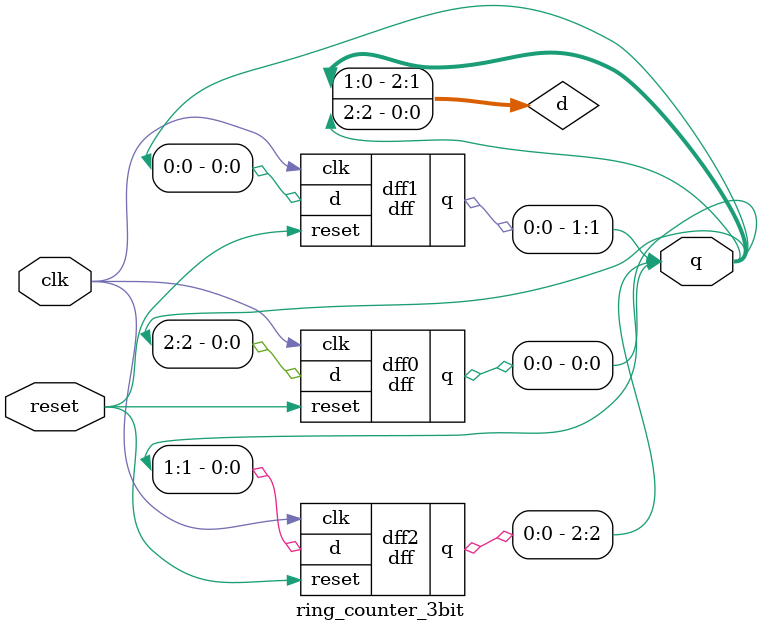
<source format=v>
module dff(input clk, input reset, input d, output reg q);
    always @(posedge clk) begin
        if (reset)
            q <= 1'b0;
        else
            q <= d;
    end
endmodule

module ring_counter_3bit(input clk, input reset, output [2:0] q);
    wire [2:0] d;

    assign d[0] = q[2];  // last FF output fed to first FF
    assign d[1] = q[0];
    assign d[2] = q[1];

    dff dff0 (.clk(clk), .reset(reset), .d(d[0]), .q(q[0]));
    dff dff1 (.clk(clk), .reset(reset), .d(d[1]), .q(q[1]));
    dff dff2 (.clk(clk), .reset(reset), .d(d[2]), .q(q[2]));
endmodule

</source>
